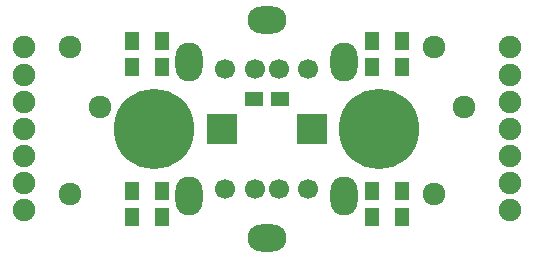
<source format=gts>
G04 #@! TF.FileFunction,Soldermask,Top*
%FSLAX46Y46*%
G04 Gerber Fmt 4.6, Leading zero omitted, Abs format (unit mm)*
G04 Created by KiCad (PCBNEW (2016-03-06 BZR 6610)-product) date 2016 April 20, Wednesday 18:41:49*
%MOMM*%
G01*
G04 APERTURE LIST*
%ADD10C,0.100000*%
%ADD11R,1.300000X1.600000*%
%ADD12C,1.700000*%
%ADD13O,2.300000X3.300000*%
%ADD14O,3.300000X2.300000*%
%ADD15C,6.800000*%
%ADD16C,1.000000*%
%ADD17C,1.924000*%
%ADD18C,1.900000*%
%ADD19R,1.600000X1.300000*%
%ADD20R,2.635200X2.635200*%
G04 APERTURE END LIST*
D10*
D11*
X138570000Y-105250000D03*
X138570000Y-107450000D03*
X141110000Y-107450000D03*
X141110000Y-105250000D03*
X158890000Y-105250000D03*
X158890000Y-107450000D03*
X161430000Y-107450000D03*
X161430000Y-105250000D03*
X138570000Y-94750000D03*
X138570000Y-92550000D03*
X141110000Y-92550000D03*
X141110000Y-94750000D03*
X158890000Y-94750000D03*
X158890000Y-92550000D03*
X161430000Y-92550000D03*
X161430000Y-94750000D03*
D12*
X146500000Y-94920000D03*
X149000000Y-94920000D03*
X151000000Y-94920000D03*
X153500000Y-94920000D03*
D13*
X143430000Y-94320000D03*
X156570000Y-94320000D03*
D14*
X150000000Y-90740000D03*
D15*
X159525000Y-100000000D03*
D16*
X161925000Y-100000000D03*
X161222056Y-101697056D03*
X159525000Y-102400000D03*
X157827944Y-101697056D03*
X157125000Y-100000000D03*
X157827944Y-98302944D03*
X159525000Y-97600000D03*
X161222056Y-98302944D03*
D15*
X140475000Y-100000000D03*
D16*
X142875000Y-100000000D03*
X142172056Y-101697056D03*
X140475000Y-102400000D03*
X138777944Y-101697056D03*
X138075000Y-100000000D03*
X138777944Y-98302944D03*
X140475000Y-97600000D03*
X142172056Y-98302944D03*
D17*
X133335000Y-93054000D03*
X135875000Y-98134000D03*
X133335000Y-105500000D03*
X164125000Y-93054000D03*
X166665000Y-98134000D03*
X164125000Y-105500000D03*
D18*
X129435000Y-93100000D03*
X129435000Y-95400000D03*
X129435000Y-97700000D03*
X129435000Y-100000000D03*
X129435000Y-102300000D03*
X129435000Y-104600000D03*
X129435000Y-106900000D03*
X170565000Y-93100000D03*
X170565000Y-95400000D03*
X170565000Y-97700000D03*
X170565000Y-100000000D03*
X170565000Y-102300000D03*
X170565000Y-104600000D03*
X170565000Y-106900000D03*
D19*
X151100000Y-97460000D03*
X148900000Y-97460000D03*
D20*
X146190000Y-100000000D03*
X153810000Y-100000000D03*
D12*
X153500000Y-105080000D03*
X151000000Y-105080000D03*
X149000000Y-105080000D03*
X146500000Y-105080000D03*
D13*
X156570000Y-105680000D03*
X143430000Y-105680000D03*
D14*
X150000000Y-109260000D03*
M02*

</source>
